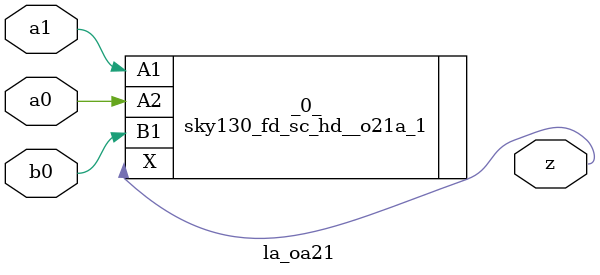
<source format=v>

/* Generated by Yosys 0.44 (git sha1 80ba43d26, g++ 11.4.0-1ubuntu1~22.04 -fPIC -O3) */

(* top =  1  *)
(* src = "inputs/la_oa21.v:10.1-21.10" *)
module la_oa21 (
    a0,
    a1,
    b0,
    z
);
  (* src = "inputs/la_oa21.v:13.12-13.14" *)
  input a0;
  wire a0;
  (* src = "inputs/la_oa21.v:14.12-14.14" *)
  input a1;
  wire a1;
  (* src = "inputs/la_oa21.v:15.12-15.14" *)
  input b0;
  wire b0;
  (* src = "inputs/la_oa21.v:16.12-16.13" *)
  output z;
  wire z;
  sky130_fd_sc_hd__o21a_1 _0_ (
      .A1(a1),
      .A2(a0),
      .B1(b0),
      .X (z)
  );
endmodule

</source>
